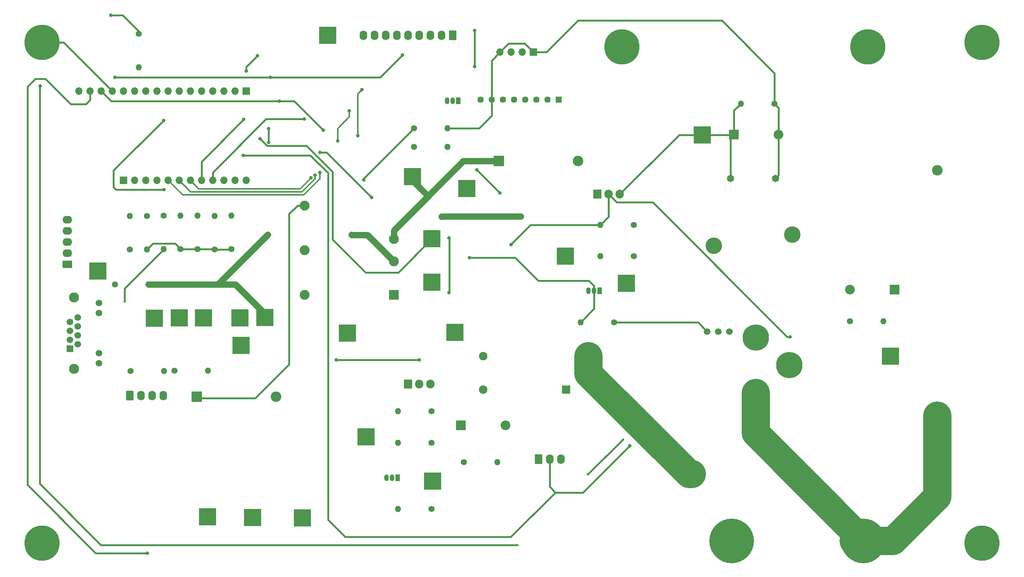
<source format=gbl>
G04 #@! TF.GenerationSoftware,KiCad,Pcbnew,7.0.8*
G04 #@! TF.CreationDate,2023-11-09T10:36:57-05:00*
G04 #@! TF.ProjectId,mecc-pcb-kicad,6d656363-2d70-4636-922d-6b696361642e,v1*
G04 #@! TF.SameCoordinates,Original*
G04 #@! TF.FileFunction,Copper,L2,Bot*
G04 #@! TF.FilePolarity,Positive*
%FSLAX46Y46*%
G04 Gerber Fmt 4.6, Leading zero omitted, Abs format (unit mm)*
G04 Created by KiCad (PCBNEW 7.0.8) date 2023-11-09 10:36:57*
%MOMM*%
%LPD*%
G01*
G04 APERTURE LIST*
G04 Aperture macros list*
%AMRoundRect*
0 Rectangle with rounded corners*
0 $1 Rounding radius*
0 $2 $3 $4 $5 $6 $7 $8 $9 X,Y pos of 4 corners*
0 Add a 4 corners polygon primitive as box body*
4,1,4,$2,$3,$4,$5,$6,$7,$8,$9,$2,$3,0*
0 Add four circle primitives for the rounded corners*
1,1,$1+$1,$2,$3*
1,1,$1+$1,$4,$5*
1,1,$1+$1,$6,$7*
1,1,$1+$1,$8,$9*
0 Add four rect primitives between the rounded corners*
20,1,$1+$1,$2,$3,$4,$5,0*
20,1,$1+$1,$4,$5,$6,$7,0*
20,1,$1+$1,$6,$7,$8,$9,0*
20,1,$1+$1,$8,$9,$2,$3,0*%
G04 Aperture macros list end*
G04 #@! TA.AperFunction,ComponentPad*
%ADD10R,4.000000X4.000000*%
G04 #@! TD*
G04 #@! TA.AperFunction,ComponentPad*
%ADD11C,1.400000*%
G04 #@! TD*
G04 #@! TA.AperFunction,ComponentPad*
%ADD12O,1.400000X1.400000*%
G04 #@! TD*
G04 #@! TA.AperFunction,ComponentPad*
%ADD13O,1.050000X1.500000*%
G04 #@! TD*
G04 #@! TA.AperFunction,ComponentPad*
%ADD14R,1.050000X1.500000*%
G04 #@! TD*
G04 #@! TA.AperFunction,ComponentPad*
%ADD15C,8.000000*%
G04 #@! TD*
G04 #@! TA.AperFunction,ComponentPad*
%ADD16R,2.400000X2.400000*%
G04 #@! TD*
G04 #@! TA.AperFunction,ComponentPad*
%ADD17O,2.400000X2.400000*%
G04 #@! TD*
G04 #@! TA.AperFunction,ComponentPad*
%ADD18R,1.950000X1.950000*%
G04 #@! TD*
G04 #@! TA.AperFunction,ComponentPad*
%ADD19C,1.950000*%
G04 #@! TD*
G04 #@! TA.AperFunction,ComponentPad*
%ADD20C,6.000000*%
G04 #@! TD*
G04 #@! TA.AperFunction,ComponentPad*
%ADD21C,1.500000*%
G04 #@! TD*
G04 #@! TA.AperFunction,ComponentPad*
%ADD22R,2.200000X2.200000*%
G04 #@! TD*
G04 #@! TA.AperFunction,ComponentPad*
%ADD23O,2.200000X2.200000*%
G04 #@! TD*
G04 #@! TA.AperFunction,ComponentPad*
%ADD24C,3.750000*%
G04 #@! TD*
G04 #@! TA.AperFunction,ComponentPad*
%ADD25C,1.650000*%
G04 #@! TD*
G04 #@! TA.AperFunction,ComponentPad*
%ADD26C,2.400000*%
G04 #@! TD*
G04 #@! TA.AperFunction,ComponentPad*
%ADD27R,1.450000X1.450000*%
G04 #@! TD*
G04 #@! TA.AperFunction,ComponentPad*
%ADD28C,1.450000*%
G04 #@! TD*
G04 #@! TA.AperFunction,ComponentPad*
%ADD29R,1.500000X1.500000*%
G04 #@! TD*
G04 #@! TA.AperFunction,ComponentPad*
%ADD30C,2.300000*%
G04 #@! TD*
G04 #@! TA.AperFunction,ComponentPad*
%ADD31RoundRect,0.250000X0.620000X0.845000X-0.620000X0.845000X-0.620000X-0.845000X0.620000X-0.845000X0*%
G04 #@! TD*
G04 #@! TA.AperFunction,ComponentPad*
%ADD32O,1.740000X2.190000*%
G04 #@! TD*
G04 #@! TA.AperFunction,ComponentPad*
%ADD33RoundRect,0.250000X0.845000X-0.620000X0.845000X0.620000X-0.845000X0.620000X-0.845000X-0.620000X0*%
G04 #@! TD*
G04 #@! TA.AperFunction,ComponentPad*
%ADD34O,2.190000X1.740000*%
G04 #@! TD*
G04 #@! TA.AperFunction,ComponentPad*
%ADD35R,1.700000X1.700000*%
G04 #@! TD*
G04 #@! TA.AperFunction,ComponentPad*
%ADD36O,1.700000X1.700000*%
G04 #@! TD*
G04 #@! TA.AperFunction,ComponentPad*
%ADD37R,2.250000X2.250000*%
G04 #@! TD*
G04 #@! TA.AperFunction,ComponentPad*
%ADD38C,2.250000*%
G04 #@! TD*
G04 #@! TA.AperFunction,ComponentPad*
%ADD39O,1.905000X2.000000*%
G04 #@! TD*
G04 #@! TA.AperFunction,ComponentPad*
%ADD40R,1.905000X2.000000*%
G04 #@! TD*
G04 #@! TA.AperFunction,ComponentPad*
%ADD41C,10.160000*%
G04 #@! TD*
G04 #@! TA.AperFunction,ComponentPad*
%ADD42RoundRect,0.250000X-0.620000X-0.845000X0.620000X-0.845000X0.620000X0.845000X-0.620000X0.845000X0*%
G04 #@! TD*
G04 #@! TA.AperFunction,ViaPad*
%ADD43C,0.800000*%
G04 #@! TD*
G04 #@! TA.AperFunction,ViaPad*
%ADD44C,0.500000*%
G04 #@! TD*
G04 #@! TA.AperFunction,Conductor*
%ADD45C,0.400000*%
G04 #@! TD*
G04 #@! TA.AperFunction,Conductor*
%ADD46C,1.450000*%
G04 #@! TD*
G04 #@! TA.AperFunction,Conductor*
%ADD47C,6.450000*%
G04 #@! TD*
G04 #@! TA.AperFunction,Conductor*
%ADD48C,0.300000*%
G04 #@! TD*
G04 APERTURE END LIST*
D10*
G04 #@! TO.P,TP7,1,1*
G04 #@! TO.N,PRE_DIS*
X172000000Y-154000000D03*
G04 #@! TD*
G04 #@! TO.P,24V_1,1,1*
G04 #@! TO.N,+24V*
X125900000Y-196200000D03*
G04 #@! TD*
D11*
G04 #@! TO.P,R7,1*
G04 #@! TO.N,GND*
X117300000Y-135100000D03*
D12*
G04 #@! TO.P,R7,2*
G04 #@! TO.N,ADVANCE_BUTTON_RED*
X117300000Y-127480000D03*
G04 #@! TD*
D13*
G04 #@! TO.P,Q1,1,S*
G04 #@! TO.N,GND*
X156445000Y-187099375D03*
G04 #@! TO.P,Q1,2,G*
G04 #@! TO.N,PRE_DIS_ANDOUT*
X157715000Y-187099375D03*
D14*
G04 #@! TO.P,Q1,3,D*
G04 #@! TO.N,Net-(Q1-D)*
X158985000Y-187099375D03*
G04 #@! TD*
D10*
G04 #@! TO.P,5V_1,1,1*
G04 #@! TO.N,+5V*
X137250000Y-196250000D03*
G04 #@! TD*
D15*
G04 #@! TO.P,,1*
G04 #@! TO.N,BATT_POS*
X266000000Y-89000000D03*
G04 #@! TD*
G04 #@! TO.P,,1*
G04 #@! TO.N,BATT_NEG*
X210000000Y-89000000D03*
G04 #@! TD*
D16*
G04 #@! TO.P,C1,1*
G04 #@! TO.N,BATT_POS*
X182000000Y-115000000D03*
D17*
G04 #@! TO.P,C1,2*
G04 #@! TO.N,VESC_NEG*
X200000000Y-115000000D03*
G04 #@! TD*
D18*
G04 #@! TO.P,DISCHARGE_RELAY1,11,COM*
G04 #@! TO.N,VESC_NEG*
X197335000Y-167005000D03*
D19*
G04 #@! TO.P,DISCHARGE_RELAY1,12,NC*
G04 #@! TO.N,Net-(DISCHARGE_RELAY1-NC)*
X202375000Y-159385000D03*
G04 #@! TO.P,DISCHARGE_RELAY1,A1,COIL_1*
G04 #@! TO.N,GND*
X178435000Y-167005000D03*
G04 #@! TO.P,DISCHARGE_RELAY1,A2,COIL_2*
G04 #@! TO.N,PRE_DIS*
X178435000Y-159385000D03*
G04 #@! TD*
D11*
G04 #@! TO.P,R_RELAY_PULLDOWN1,1*
G04 #@! TO.N,GND*
X261882500Y-151447500D03*
D12*
G04 #@! TO.P,R_RELAY_PULLDOWN1,2*
G04 #@! TO.N,PRE_DIS*
X269502500Y-151447500D03*
G04 #@! TD*
D11*
G04 #@! TO.P,R_RELAY_PULLDOWN3,1*
G04 #@! TO.N,GND*
X244721875Y-101900000D03*
D12*
G04 #@! TO.P,R_RELAY_PULLDOWN3,2*
G04 #@! TO.N,HIGH_SIDE*
X237101875Y-101900000D03*
G04 #@! TD*
D20*
G04 #@! TO.P,U1,2,GND*
G04 #@! TO.N,VESC_NEG*
X248104600Y-161428000D03*
G04 #@! TO.P,U1,4,+IN*
G04 #@! TO.N,Net-(HIGH_SIDE_RELAY1-NO)*
X240481600Y-155205000D03*
G04 #@! TO.P,U1,5,+OUT*
G04 #@! TO.N,VESC_POS*
X240481600Y-167778000D03*
D21*
G04 #@! TO.P,U1,6,Iout*
G04 #@! TO.N,BATT_CURR_SENSOR*
X234480000Y-153800000D03*
G04 #@! TO.P,U1,7,Vout*
G04 #@! TO.N,BATT_V_SENSOR*
X231940000Y-153800000D03*
G04 #@! TO.P,U1,8,SIG_GND*
G04 #@! TO.N,GND*
X229400000Y-153800000D03*
G04 #@! TD*
D10*
G04 #@! TO.P,TP5,1,1*
G04 #@! TO.N,PRE_DIS*
X271145000Y-159385000D03*
G04 #@! TD*
G04 #@! TO.P,TP14,1,1*
G04 #@! TO.N,BATT_POS*
X162350000Y-118550000D03*
G04 #@! TD*
D11*
G04 #@! TO.P,R6,1*
G04 #@! TO.N,BATT_V_SENSOR*
X100000000Y-86000000D03*
D12*
G04 #@! TO.P,R6,2*
G04 #@! TO.N,/A4*
X100000000Y-93620000D03*
G04 #@! TD*
D10*
G04 #@! TO.P,TP3,1,1*
G04 #@! TO.N,Net-(Q3-G)*
X166883750Y-187849375D03*
G04 #@! TD*
D22*
G04 #@! TO.P,D3,1,K*
G04 #@! TO.N,HIGH_SIDE*
X235520000Y-108968750D03*
D23*
G04 #@! TO.P,D3,2,A*
G04 #@! TO.N,GND*
X245680000Y-108968750D03*
G04 #@! TD*
D10*
G04 #@! TO.P,3.3V_1,1,1*
G04 #@! TO.N,+3.3V*
X115700000Y-196000000D03*
G04 #@! TD*
D11*
G04 #@! TO.P,RHIGH_10k2,1*
G04 #@! TO.N,GND*
X166621250Y-194199375D03*
D12*
G04 #@! TO.P,RHIGH_10k2,2*
G04 #@! TO.N,PRE_DIS_ANDOUT*
X159001250Y-194199375D03*
G04 #@! TD*
D24*
G04 #@! TO.P,HIGH_SIDE_RELAY1,1,NO*
G04 #@! TO.N,Net-(HIGH_SIDE_RELAY1-NO)*
X230950000Y-134250000D03*
G04 #@! TO.P,HIGH_SIDE_RELAY1,2,COM*
G04 #@! TO.N,BATT_POS*
X248750000Y-131750000D03*
D25*
G04 #@! TO.P,HIGH_SIDE_RELAY1,3,COIL_1*
G04 #@! TO.N,HIGH_SIDE*
X234750000Y-118950000D03*
G04 #@! TO.P,HIGH_SIDE_RELAY1,4,COIL_2*
G04 #@! TO.N,GND*
X244950000Y-118950000D03*
G04 #@! TD*
D10*
G04 #@! TO.P,TP17,1,1*
G04 #@! TO.N,DCDC_SW*
X143000000Y-86350000D03*
G04 #@! TD*
D11*
G04 #@! TO.P,R9,1*
G04 #@! TO.N,/A1*
X101900000Y-127500000D03*
D12*
G04 #@! TO.P,R9,2*
G04 #@! TO.N,GND*
X101900000Y-135120000D03*
G04 #@! TD*
D11*
G04 #@! TO.P,RHIGH_10k4,1*
G04 #@! TO.N,Net-(Q4-G)*
X212737500Y-136656250D03*
D12*
G04 #@! TO.P,RHIGH_10k4,2*
G04 #@! TO.N,Net-(Q2-D)*
X205117500Y-136656250D03*
G04 #@! TD*
D10*
G04 #@! TO.P,GND_1,1,1*
G04 #@! TO.N,GND*
X174700000Y-121250000D03*
G04 #@! TD*
D11*
G04 #@! TO.P,RHIGH_10k1,1*
G04 #@! TO.N,GND*
X208200000Y-151700000D03*
D12*
G04 #@! TO.P,RHIGH_10k1,2*
G04 #@! TO.N,HIGH_SIDE_ANDOUT*
X200580000Y-151700000D03*
G04 #@! TD*
D11*
G04 #@! TO.P,R3,1*
G04 #@! TO.N,/A3*
X105700000Y-127400000D03*
D12*
G04 #@! TO.P,R3,2*
G04 #@! TO.N,WAVE_GAUGE*
X105700000Y-135020000D03*
G04 #@! TD*
D10*
G04 #@! TO.P,TP4,1,1*
G04 #@! TO.N,Net-(Q4-G)*
X211000000Y-142800000D03*
G04 #@! TD*
D22*
G04 #@! TO.P,D4,1,K*
G04 #@! TO.N,PRE_DIS*
X173335000Y-175199375D03*
D23*
G04 #@! TO.P,D4,2,A*
G04 #@! TO.N,GND*
X183495000Y-175199375D03*
G04 #@! TD*
D26*
G04 #@! TO.P,R_PRECHARGE1,1*
G04 #@! TO.N,VESC_POS*
X281841875Y-172962500D03*
D17*
G04 #@! TO.P,R_PRECHARGE1,2*
G04 #@! TO.N,Net-(PRECHARGE_RELAY1-COM)*
X281841875Y-117082500D03*
G04 #@! TD*
D27*
G04 #@! TO.P,J2,1,Pin_1*
G04 #@! TO.N,VESC_NEG*
X195580000Y-101000000D03*
D28*
G04 #@! TO.P,J2,2,Pin_2*
G04 #@! TO.N,BATT_POS*
X193040000Y-101000000D03*
G04 #@! TO.P,J2,3,Pin_3*
G04 #@! TO.N,DCDC_SW*
X190500000Y-101000000D03*
G04 #@! TO.P,J2,4,Pin_4*
G04 #@! TO.N,unconnected-(J2-Pin_4-Pad4)*
X187960000Y-101000000D03*
G04 #@! TO.P,J2,5,Pin_5*
G04 #@! TO.N,unconnected-(J2-Pin_5-Pad5)*
X185420000Y-101000000D03*
G04 #@! TO.P,J2,6,Pin_6*
G04 #@! TO.N,+5V*
X182880000Y-101000000D03*
G04 #@! TO.P,J2,7,Pin_7*
G04 #@! TO.N,GND*
X180340000Y-101000000D03*
G04 #@! TO.P,J2,8,Pin_8*
G04 #@! TO.N,unconnected-(J2-Pin_8-Pad8)*
X177800000Y-101000000D03*
G04 #@! TD*
D29*
G04 #@! TO.P,J3,1,Pin_1*
G04 #@! TO.N,unconnected-(J3-Pin_1-Pad1)*
X84400000Y-157700000D03*
D21*
G04 #@! TO.P,J3,2,Pin_2*
G04 #@! TO.N,unconnected-(J3-Pin_2-Pad2)*
X86180000Y-156684000D03*
G04 #@! TO.P,J3,3,Pin_3*
G04 #@! TO.N,unconnected-(J3-Pin_3-Pad3)*
X84400000Y-155668000D03*
G04 #@! TO.P,J3,4,Pin_4*
G04 #@! TO.N,WAVE_GAUGE*
X86180000Y-154652000D03*
G04 #@! TO.P,J3,5,Pin_5*
G04 #@! TO.N,GND*
X84400000Y-153636000D03*
G04 #@! TO.P,J3,6,Pin_6*
X86180000Y-152620000D03*
G04 #@! TO.P,J3,7,Pin_7*
G04 #@! TO.N,unconnected-(J3-Pin_7-Pad7)*
X84400000Y-151604000D03*
G04 #@! TO.P,J3,8,Pin_8*
G04 #@! TO.N,unconnected-(J3-Pin_8-Pad8)*
X86180000Y-150588000D03*
G04 #@! TO.P,J3,9*
G04 #@! TO.N,N/C*
X91000000Y-161000000D03*
G04 #@! TO.P,J3,10*
X91000000Y-158710000D03*
G04 #@! TO.P,J3,11*
X91000000Y-149570000D03*
G04 #@! TO.P,J3,12*
X91000000Y-147280000D03*
D30*
G04 #@! TO.P,J3,SH*
X85290000Y-162270000D03*
X85290000Y-146010000D03*
G04 #@! TD*
D31*
G04 #@! TO.P,J7,1,Pin_1*
G04 #@! TO.N,GND*
X171450000Y-86360000D03*
D32*
G04 #@! TO.P,J7,2,Pin_2*
G04 #@! TO.N,+3.3V*
X168910000Y-86360000D03*
G04 #@! TO.P,J7,3,Pin_3*
G04 #@! TO.N,IO_ESTOP*
X166370000Y-86360000D03*
G04 #@! TO.P,J7,4,Pin_4*
G04 #@! TO.N,ADVANCE_BUTTON_RED*
X163830000Y-86360000D03*
G04 #@! TO.P,J7,5,Pin_5*
G04 #@! TO.N,RESET*
X161290000Y-86360000D03*
G04 #@! TO.P,J7,6,Pin_6*
G04 #@! TO.N,TORQ_SWITCH_1*
X158750000Y-86360000D03*
G04 #@! TO.P,J7,7,Pin_7*
G04 #@! TO.N,TORQ_SWITCH_2*
X156210000Y-86360000D03*
G04 #@! TO.P,J7,8,Pin_8*
G04 #@! TO.N,Ref_Model_SW*
X153670000Y-86360000D03*
G04 #@! TO.P,J7,9,Pin_9*
G04 #@! TO.N,DCDC_SW*
X151130000Y-86360000D03*
G04 #@! TD*
D26*
G04 #@! TO.P,R_DISCHARGE1,1*
G04 #@! TO.N,Net-(DISCHARGE_RELAY1-NC)*
X225950000Y-186250000D03*
D17*
G04 #@! TO.P,R_DISCHARGE1,2*
G04 #@! TO.N,VESC_POS*
X281830000Y-186250000D03*
G04 #@! TD*
D33*
G04 #@! TO.P,J6,1,Pin_1*
G04 #@! TO.N,VESC_OUTPUT*
X83750000Y-138500000D03*
D34*
G04 #@! TO.P,J6,2,Pin_2*
G04 #@! TO.N,VESC_INPUT*
X83750000Y-135960000D03*
G04 #@! TO.P,J6,3,Pin_3*
G04 #@! TO.N,VESC_POWER_SWITCH*
X83750000Y-133420000D03*
G04 #@! TO.P,J6,4,Pin_4*
G04 #@! TO.N,GND*
X83750000Y-130880000D03*
G04 #@! TO.P,J6,5*
G04 #@! TO.N,N/C*
X83750000Y-128340000D03*
G04 #@! TD*
D11*
G04 #@! TO.P,R8,1*
G04 #@! TO.N,GND*
X121100000Y-135000000D03*
D12*
G04 #@! TO.P,R8,2*
G04 #@! TO.N,IO_ESTOP*
X121100000Y-127380000D03*
G04 #@! TD*
D35*
G04 #@! TO.P,JP1,1,1*
G04 #@! TO.N,VBAT*
X96520000Y-119380000D03*
D36*
G04 #@! TO.P,JP1,2,2*
G04 #@! TO.N,/EN*
X99060000Y-119380000D03*
G04 #@! TO.P,JP1,3,3*
G04 #@! TO.N,VBUS*
X101600000Y-119380000D03*
G04 #@! TO.P,JP1,4,4*
G04 #@! TO.N,/D13*
X104140000Y-119380000D03*
G04 #@! TO.P,JP1,5,5*
G04 #@! TO.N,Torq_SW_Mode_1*
X106680000Y-119380000D03*
G04 #@! TO.P,JP1,6,6*
G04 #@! TO.N,Torq_SW_Mode_2*
X109220000Y-119380000D03*
G04 #@! TO.P,JP1,7,7*
G04 #@! TO.N,Torq_SW_Mode_3*
X111760000Y-119380000D03*
G04 #@! TO.P,JP1,8,8*
G04 #@! TO.N,Ref_Model_SW*
X114300000Y-119380000D03*
G04 #@! TO.P,JP1,9,9*
G04 #@! TO.N,ADVANCE_BUTTON_RED*
X116840000Y-119380000D03*
G04 #@! TO.P,JP1,10,10*
G04 #@! TO.N,IO_ESTOP*
X119380000Y-119380000D03*
G04 #@! TO.P,JP1,11,11*
G04 #@! TO.N,/SCL*
X121920000Y-119380000D03*
G04 #@! TO.P,JP1,12,12*
G04 #@! TO.N,/SDA*
X124460000Y-119380000D03*
G04 #@! TD*
D10*
G04 #@! TO.P,TP16,1,1*
G04 #@! TO.N,IO_ESTOP*
X123100000Y-150700000D03*
G04 #@! TD*
G04 #@! TO.P,TP2,1,1*
G04 #@! TO.N,Net-(Q1-D)*
X151750000Y-177750000D03*
G04 #@! TD*
D15*
G04 #@! TO.P,GND,1*
G04 #@! TO.N,GND*
X78000000Y-88000000D03*
G04 #@! TD*
D10*
G04 #@! TO.P,TP18,1,1*
G04 #@! TO.N,Net-(J5-CTRL)*
X147550000Y-154200000D03*
G04 #@! TD*
G04 #@! TO.P,TP8,1,1*
G04 #@! TO.N,PRE_DIS_ANDOUT*
X166752000Y-142591000D03*
G04 #@! TD*
D11*
G04 #@! TO.P,RHIGH_10k3,1*
G04 #@! TO.N,Net-(Q3-G)*
X166621250Y-179118125D03*
D12*
G04 #@! TO.P,RHIGH_10k3,2*
G04 #@! TO.N,Net-(Q1-D)*
X159001250Y-179118125D03*
G04 #@! TD*
D11*
G04 #@! TO.P,R11,1*
G04 #@! TO.N,Net-(J5-CTRL)*
X162690000Y-107500000D03*
D12*
G04 #@! TO.P,R11,2*
G04 #@! TO.N,GND*
X170310000Y-107500000D03*
G04 #@! TD*
D11*
G04 #@! TO.P,RHIGH_10k5,1*
G04 #@! TO.N,Net-(Q3-G)*
X166621250Y-171974375D03*
D12*
G04 #@! TO.P,RHIGH_10k5,2*
G04 #@! TO.N,+5V*
X159001250Y-171974375D03*
G04 #@! TD*
D37*
G04 #@! TO.P,J5,1,CTRL*
G04 #@! TO.N,Net-(J5-CTRL)*
X158115000Y-145415000D03*
D38*
G04 #@! TO.P,J5,2,GND*
G04 #@! TO.N,VESC_NEG*
X158115000Y-137795000D03*
G04 #@! TO.P,J5,3,VIN*
G04 #@! TO.N,BATT_POS*
X158115000Y-132715000D03*
G04 #@! TO.P,J5,4,+VO*
G04 #@! TO.N,+24V*
X137795000Y-125095000D03*
G04 #@! TO.P,J5,5,0V*
G04 #@! TO.N,unconnected-(J5-0V-Pad5)*
X137795000Y-135255000D03*
G04 #@! TO.P,J5,6,-VO*
G04 #@! TO.N,GND*
X137795000Y-145415000D03*
G04 #@! TD*
D10*
G04 #@! TO.P,TP15,1,1*
G04 #@! TO.N,VESC_NEG*
X128750000Y-150600000D03*
G04 #@! TD*
D39*
G04 #@! TO.P,Q3,1,D*
G04 #@! TO.N,+5V*
X163875000Y-165775625D03*
D40*
G04 #@! TO.P,Q3,2,G*
G04 #@! TO.N,Net-(Q3-G)*
X161335000Y-165775625D03*
D39*
G04 #@! TO.P,Q3,3,S*
G04 #@! TO.N,PRE_DIS*
X166415000Y-165775625D03*
G04 #@! TD*
D11*
G04 #@! TO.P,RHIGH_10k6,1*
G04 #@! TO.N,Net-(Q4-G)*
X212737500Y-129512500D03*
D12*
G04 #@! TO.P,RHIGH_10k6,2*
G04 #@! TO.N,PRE_DIS*
X205117500Y-129512500D03*
G04 #@! TD*
D41*
G04 #@! TO.P,J1,1,Pin_1*
G04 #@! TO.N,VESC_POS*
X265000000Y-201500000D03*
G04 #@! TO.P,J1,2,Pin_2*
G04 #@! TO.N,VESC_NEG*
X235030000Y-201500000D03*
G04 #@! TD*
D11*
G04 #@! TO.P,R2,1*
G04 #@! TO.N,Net-(R1-Pad2)*
X108200000Y-162700000D03*
D12*
G04 #@! TO.P,R2,2*
G04 #@! TO.N,+5V*
X115820000Y-162700000D03*
G04 #@! TD*
D10*
G04 #@! TO.P,TP13,1,1*
G04 #@! TO.N,GND*
X90750000Y-140000000D03*
G04 #@! TD*
G04 #@! TO.P,TP1,1,1*
G04 #@! TO.N,Net-(Q2-D)*
X197125000Y-136656250D03*
G04 #@! TD*
D11*
G04 #@! TO.P,R12,1*
G04 #@! TO.N,DCDC_SW*
X162690000Y-111750000D03*
D12*
G04 #@! TO.P,R12,2*
G04 #@! TO.N,GND*
X170310000Y-111750000D03*
G04 #@! TD*
D15*
G04 #@! TO.P,GND,1*
G04 #@! TO.N,GND*
X292000000Y-88000000D03*
G04 #@! TD*
D10*
G04 #@! TO.P,TP6,1,1*
G04 #@! TO.N,HIGH_SIDE*
X228315625Y-109043750D03*
G04 #@! TD*
G04 #@! TO.P,TP11,1,1*
G04 #@! TO.N,/A3*
X109250000Y-150700000D03*
G04 #@! TD*
D11*
G04 #@! TO.P,R_RELAY_PULLDOWN4,1*
G04 #@! TO.N,PRE_DIS*
X173990000Y-183515000D03*
D12*
G04 #@! TO.P,R_RELAY_PULLDOWN4,2*
G04 #@! TO.N,GND*
X181610000Y-183515000D03*
G04 #@! TD*
D11*
G04 #@! TO.P,R13,1*
G04 #@! TO.N,GND*
X94600000Y-143100000D03*
D12*
G04 #@! TO.P,R13,2*
G04 #@! TO.N,VESC_NEG*
X102220000Y-143100000D03*
G04 #@! TD*
D42*
G04 #@! TO.P,J9,1,Pin_1*
G04 #@! TO.N,GND*
X191020000Y-182900000D03*
D32*
G04 #@! TO.P,J9,2,Pin_2*
G04 #@! TO.N,BATT_CURR_SENSOR*
X193560000Y-182900000D03*
G04 #@! TO.P,J9,3,Pin_3*
G04 #@! TO.N,BATT_V_SENSOR*
X196100000Y-182900000D03*
G04 #@! TD*
D11*
G04 #@! TO.P,R4,1*
G04 #@! TO.N,GND*
X109500000Y-135000000D03*
D12*
G04 #@! TO.P,R4,2*
G04 #@! TO.N,/A3*
X109500000Y-127380000D03*
G04 #@! TD*
D22*
G04 #@! TO.P,D1,1,K*
G04 #@! TO.N,PRE_DIS*
X272080000Y-144300000D03*
D23*
G04 #@! TO.P,D1,2,A*
G04 #@! TO.N,GND*
X261920000Y-144300000D03*
G04 #@! TD*
D11*
G04 #@! TO.P,R1,1*
G04 #@! TO.N,TORQUE_SENSOR*
X98150000Y-162800000D03*
D12*
G04 #@! TO.P,R1,2*
G04 #@! TO.N,Net-(R1-Pad2)*
X105770000Y-162800000D03*
G04 #@! TD*
D42*
G04 #@! TO.P,J8,1,Pin_1*
G04 #@! TO.N,GND*
X98000000Y-168400000D03*
D32*
G04 #@! TO.P,J8,2,Pin_2*
G04 #@! TO.N,TORQUE_SENSOR*
X100540000Y-168400000D03*
G04 #@! TO.P,J8,3,Pin_3*
G04 #@! TO.N,GND*
X103080000Y-168400000D03*
G04 #@! TO.P,J8,4,Pin_4*
G04 #@! TO.N,+24V*
X105620000Y-168400000D03*
G04 #@! TD*
D10*
G04 #@! TO.P,TP12,1,1*
G04 #@! TO.N,/A4*
X114800000Y-150700000D03*
G04 #@! TD*
D11*
G04 #@! TO.P,R5,1*
G04 #@! TO.N,GND*
X113400000Y-135000000D03*
D12*
G04 #@! TO.P,R5,2*
G04 #@! TO.N,/A4*
X113400000Y-127380000D03*
G04 #@! TD*
D15*
G04 #@! TO.P,GND,1*
G04 #@! TO.N,GND*
X78000000Y-202000000D03*
G04 #@! TD*
D35*
G04 #@! TO.P,J4,1,Pin_1*
G04 #@! TO.N,GND*
X189865000Y-90170000D03*
D36*
G04 #@! TO.P,J4,2,Pin_2*
G04 #@! TO.N,+5V*
X187325000Y-90170000D03*
G04 #@! TO.P,J4,3,Pin_3*
G04 #@! TO.N,+3.3V*
X184785000Y-90170000D03*
G04 #@! TO.P,J4,4,Pin_4*
G04 #@! TO.N,GND*
X182245000Y-90170000D03*
G04 #@! TD*
D10*
G04 #@! TO.P,TP9,1,1*
G04 #@! TO.N,ADVANCE_BUTTON_RED*
X123350000Y-157000000D03*
G04 #@! TD*
D35*
G04 #@! TO.P,JP2,1,1*
G04 #@! TO.N,BOOT0*
X124460000Y-99060000D03*
D36*
G04 #@! TO.P,JP2,2,2*
G04 #@! TO.N,VESC_OUTPUT*
X121920000Y-99060000D03*
G04 #@! TO.P,JP2,3,3*
G04 #@! TO.N,VESC_INPUT*
X119380000Y-99060000D03*
G04 #@! TO.P,JP2,4,4*
G04 #@! TO.N,VESC_POWER_SWITCH*
X116840000Y-99060000D03*
G04 #@! TO.P,JP2,5,5*
G04 #@! TO.N,LOW_IN*
X114300000Y-99060000D03*
G04 #@! TO.P,JP2,6,6*
G04 #@! TO.N,HIGH_IN*
X111760000Y-99060000D03*
G04 #@! TO.P,JP2,7,7*
G04 #@! TO.N,BATT_CURR_SENSOR*
X109220000Y-99060000D03*
G04 #@! TO.P,JP2,8,8*
G04 #@! TO.N,/A4*
X106680000Y-99060000D03*
G04 #@! TO.P,JP2,9,9*
G04 #@! TO.N,/A3*
X104140000Y-99060000D03*
G04 #@! TO.P,JP2,10,10*
G04 #@! TO.N,/A2*
X101600000Y-99060000D03*
G04 #@! TO.P,JP2,11,11*
G04 #@! TO.N,/A1*
X99060000Y-99060000D03*
G04 #@! TO.P,JP2,12,12*
G04 #@! TO.N,/A0*
X96520000Y-99060000D03*
G04 #@! TO.P,JP2,13,13*
G04 #@! TO.N,GND*
X93980000Y-99060000D03*
G04 #@! TO.P,JP2,14,14*
G04 #@! TO.N,+3.3V*
X91440000Y-99060000D03*
G04 #@! TO.P,JP2,15,15*
X88900000Y-99060000D03*
G04 #@! TO.P,JP2,16,16*
G04 #@! TO.N,RESET*
X86360000Y-99060000D03*
G04 #@! TD*
D11*
G04 #@! TO.P,R10,1*
G04 #@! TO.N,Net-(R1-Pad2)*
X98000000Y-135100000D03*
D12*
G04 #@! TO.P,R10,2*
G04 #@! TO.N,/A1*
X98000000Y-127480000D03*
G04 #@! TD*
D39*
G04 #@! TO.P,Q4,1,D*
G04 #@! TO.N,PRE_DIS*
X206960000Y-122520000D03*
D40*
G04 #@! TO.P,Q4,2,G*
G04 #@! TO.N,Net-(Q4-G)*
X204420000Y-122520000D03*
D39*
G04 #@! TO.P,Q4,3,S*
G04 #@! TO.N,HIGH_SIDE*
X209500000Y-122520000D03*
G04 #@! TD*
D10*
G04 #@! TO.P,TP9,1,1*
G04 #@! TO.N,HIGH_SIDE_ANDOUT*
X166752000Y-132685000D03*
G04 #@! TD*
G04 #@! TO.P,TP10,1,1*
G04 #@! TO.N,/A1*
X103600000Y-150750000D03*
G04 #@! TD*
D16*
G04 #@! TO.P,C2,1*
G04 #@! TO.N,+24V*
X113250000Y-168642500D03*
D17*
G04 #@! TO.P,C2,2*
G04 #@! TO.N,GND*
X131250000Y-168642500D03*
G04 #@! TD*
D15*
G04 #@! TO.P,GND,1*
G04 #@! TO.N,GND*
X292000000Y-202000000D03*
G04 #@! TD*
D13*
G04 #@! TO.P,Q5,1,S*
G04 #@! TO.N,Net-(J5-CTRL)*
X170210000Y-101250000D03*
G04 #@! TO.P,Q5,2,G*
G04 #@! TO.N,DCDC_SW*
X171480000Y-101250000D03*
D14*
G04 #@! TO.P,Q5,3,D*
G04 #@! TO.N,+5V*
X172750000Y-101250000D03*
G04 #@! TD*
D13*
G04 #@! TO.P,Q2,1,S*
G04 #@! TO.N,GND*
X202400000Y-144500000D03*
G04 #@! TO.P,Q2,2,G*
G04 #@! TO.N,HIGH_SIDE_ANDOUT*
X203670000Y-144500000D03*
D14*
G04 #@! TO.P,Q2,3,D*
G04 #@! TO.N,Net-(Q2-D)*
X204940000Y-144500000D03*
G04 #@! TD*
D43*
G04 #@! TO.N,BOOT0*
X127000000Y-91000000D03*
X124460000Y-94460000D03*
G04 #@! TO.N,+5V*
X145000000Y-160250000D03*
X170636563Y-132500000D03*
X170672500Y-144922500D03*
X163875000Y-160250000D03*
G04 #@! TO.N,VESC_NEG*
X129450000Y-131750000D03*
X168910000Y-127635000D03*
X148450000Y-131750000D03*
X187000000Y-127600000D03*
G04 #@! TO.N,GND*
X177000000Y-117000000D03*
X182245000Y-122250000D03*
D44*
G04 #@! TO.N,BATT_V_SENSOR*
X210250000Y-178350000D03*
X202250000Y-186350000D03*
D43*
X77600000Y-97900000D03*
X93700000Y-81800000D03*
D44*
X186200000Y-202400000D03*
D43*
G04 #@! TO.N,BATT_CURR_SENSOR*
X123825000Y-113665000D03*
X211800000Y-179800000D03*
G04 #@! TO.N,Torq_SW_Mode_1*
X141300000Y-117600000D03*
G04 #@! TO.N,Torq_SW_Mode_2*
X140200000Y-118200000D03*
G04 #@! TO.N,Torq_SW_Mode_3*
X139200000Y-118800000D03*
G04 #@! TO.N,Ref_Model_SW*
X123900000Y-105500000D03*
D44*
G04 #@! TO.N,WAVE_GAUGE*
X96800000Y-146950000D03*
D43*
G04 #@! TO.N,ADVANCE_BUTTON_RED*
X137700000Y-105410000D03*
G04 #@! TO.N,/A4*
X105800000Y-121500000D03*
X105700000Y-105700000D03*
G04 #@! TO.N,+3.3V*
X102000000Y-204250000D03*
X142000000Y-107950000D03*
X132000000Y-101350000D03*
G04 #@! TO.N,RESET*
X130000000Y-95885000D03*
X94615000Y-95885000D03*
X160020000Y-90805000D03*
G04 #@! TO.N,DCDC_SW*
X176500000Y-93500000D03*
X176500000Y-85250000D03*
G04 #@! TO.N,Net-(J5-CTRL)*
X151250000Y-119250000D03*
G04 #@! TO.N,LOW_IN*
X129600486Y-110699458D03*
X129600000Y-107600000D03*
G04 #@! TO.N,TORQ_SWITCH_1*
X147955000Y-103505000D03*
X145300000Y-110400000D03*
G04 #@! TO.N,TORQ_SWITCH_2*
X150812500Y-98742500D03*
X149860000Y-109220000D03*
G04 #@! TO.N,PRE_DIS*
X248300000Y-155000000D03*
X184770000Y-134000000D03*
G04 #@! TO.N,PRE_DIS_ANDOUT*
X141300000Y-112985023D03*
X153035000Y-123235000D03*
G04 #@! TO.N,HIGH_SIDE_ANDOUT*
X127635000Y-109855000D03*
X175300000Y-137000000D03*
G04 #@! TD*
D45*
G04 #@! TO.N,BOOT0*
X124460000Y-94460000D02*
X124460000Y-93540000D01*
X124460000Y-93540000D02*
X127000000Y-91000000D01*
G04 #@! TO.N,RESET*
X130000000Y-95885000D02*
X154940000Y-95885000D01*
X94615000Y-95885000D02*
X130000000Y-95885000D01*
X154940000Y-95885000D02*
X160020000Y-90805000D01*
G04 #@! TO.N,+3.3V*
X135400000Y-101350000D02*
X142000000Y-107950000D01*
X132000000Y-101350000D02*
X135400000Y-101350000D01*
X132000000Y-101350000D02*
X93730000Y-101350000D01*
X93730000Y-101350000D02*
X91440000Y-99060000D01*
G04 #@! TO.N,BATT_V_SENSOR*
X93700000Y-81800000D02*
X96405000Y-81800000D01*
X96405000Y-81800000D02*
X100000000Y-85395000D01*
X100000000Y-85395000D02*
X100000000Y-86000000D01*
G04 #@! TO.N,GND*
X180340000Y-92075000D02*
X182245000Y-90170000D01*
X180340000Y-101000000D02*
X180340000Y-92075000D01*
X177500000Y-107500000D02*
X170310000Y-107500000D01*
X180340000Y-104660000D02*
X177500000Y-107500000D01*
X180340000Y-101000000D02*
X180340000Y-104660000D01*
D46*
G04 #@! TO.N,BATT_POS*
X173900000Y-115000000D02*
X182000000Y-115000000D01*
X165925000Y-122975000D02*
X173900000Y-115000000D01*
G04 #@! TO.N,VESC_NEG*
X168945000Y-127600000D02*
X168910000Y-127635000D01*
X187000000Y-127600000D02*
X168945000Y-127600000D01*
D45*
G04 #@! TO.N,GND*
X182245000Y-122245000D02*
X182245000Y-122250000D01*
X177000000Y-117000000D02*
X182245000Y-122245000D01*
D47*
G04 #@! TO.N,VESC_POS*
X281830000Y-181211250D02*
X281830000Y-186250000D01*
X281841875Y-181199375D02*
X281830000Y-181211250D01*
X281841875Y-172962500D02*
X281841875Y-181199375D01*
X281830000Y-191407500D02*
X281830000Y-186250000D01*
X271737500Y-201500000D02*
X281830000Y-191407500D01*
X265000000Y-201500000D02*
X271737500Y-201500000D01*
G04 #@! TO.N,Net-(DISCHARGE_RELAY1-NC)*
X225902500Y-186297500D02*
X225950000Y-186250000D01*
X202375000Y-159385000D02*
X202375000Y-163375000D01*
X225297500Y-186297500D02*
X225902500Y-186297500D01*
X202375000Y-163375000D02*
X225297500Y-186297500D01*
D45*
G04 #@! TO.N,+5V*
X170750000Y-144845000D02*
X170750000Y-132613437D01*
X170672500Y-144922500D02*
X170750000Y-144845000D01*
X163875000Y-160250000D02*
X145000000Y-160250000D01*
X170750000Y-132613437D02*
X170636563Y-132500000D01*
G04 #@! TO.N,HIGH_SIDE*
X223016250Y-109043750D02*
X228315625Y-109043750D01*
X234750000Y-118950000D02*
X234750000Y-109738750D01*
X209540000Y-122520000D02*
X223016250Y-109043750D01*
X234750000Y-109738750D02*
X235520000Y-108968750D01*
X228315625Y-109043750D02*
X235445000Y-109043750D01*
X235520000Y-108968750D02*
X235520000Y-103481875D01*
X235520000Y-103481875D02*
X237101875Y-101900000D01*
D46*
G04 #@! TO.N,VESC_NEG*
X148450000Y-131750000D02*
X148500000Y-131800000D01*
X118100000Y-143100000D02*
X102220000Y-143100000D01*
X122050000Y-143100000D02*
X128750000Y-149800000D01*
X118100000Y-143100000D02*
X122050000Y-143100000D01*
X128750000Y-149800000D02*
X128750000Y-150600000D01*
X148500000Y-131800000D02*
X152120000Y-131800000D01*
X152120000Y-131800000D02*
X158115000Y-137795000D01*
X129450000Y-131750000D02*
X118100000Y-143100000D01*
G04 #@! TO.N,BATT_POS*
X162350000Y-119400000D02*
X162350000Y-118550000D01*
X158115000Y-130785000D02*
X158115000Y-132715000D01*
X165925000Y-122975000D02*
X162350000Y-119400000D01*
X165925000Y-122975000D02*
X158115000Y-130785000D01*
D47*
G04 #@! TO.N,VESC_POS*
X240481600Y-167778000D02*
X240481600Y-176981600D01*
X240481600Y-176981600D02*
X265000000Y-201500000D01*
X265000000Y-201500000D02*
X262738600Y-201500000D01*
D45*
G04 #@! TO.N,GND*
X245680000Y-108968750D02*
X245680000Y-102858125D01*
X244750000Y-101871875D02*
X244721875Y-101900000D01*
X244750000Y-95000000D02*
X244750000Y-101871875D01*
X244950009Y-118950004D02*
X245680005Y-118220008D01*
X261680625Y-151245625D02*
X261882500Y-151447500D01*
X117300000Y-135100000D02*
X121000000Y-135100000D01*
X113400000Y-135000000D02*
X117200000Y-135000000D01*
X103220000Y-133800000D02*
X108300000Y-133800000D01*
X82920000Y-88000000D02*
X78000000Y-88000000D01*
X208200000Y-151700000D02*
X208237500Y-151737500D01*
X227337500Y-151737500D02*
X229400000Y-153800000D01*
X108300000Y-133800000D02*
X109500000Y-135000000D01*
X245680000Y-118220000D02*
X245680000Y-108968750D01*
X192830000Y-90170000D02*
X200000000Y-83000000D01*
X208237500Y-151737500D02*
X227337500Y-151737500D01*
X184165000Y-88250000D02*
X187945000Y-88250000D01*
X182245000Y-90170000D02*
X184165000Y-88250000D01*
X200000000Y-83000000D02*
X232750000Y-83000000D01*
X101900000Y-135120000D02*
X103220000Y-133800000D01*
X189865000Y-90170000D02*
X192830000Y-90170000D01*
X93980000Y-99060000D02*
X82920000Y-88000000D01*
X117200000Y-135000000D02*
X117300000Y-135100000D01*
X109500000Y-135000000D02*
X113400000Y-135000000D01*
X232750000Y-83000000D02*
X244750000Y-95000000D01*
X245680005Y-102858113D02*
X244721866Y-101900000D01*
X187945000Y-88250000D02*
X189865000Y-90170000D01*
X121000000Y-135100000D02*
X121100000Y-135000000D01*
G04 #@! TO.N,BATT_V_SENSOR*
X91400000Y-202400000D02*
X77500000Y-188500000D01*
X77500000Y-188500000D02*
X77500000Y-98000000D01*
X202250000Y-186350000D02*
X210250000Y-178350000D01*
X77500000Y-98000000D02*
X77600000Y-97900000D01*
X186200000Y-202400000D02*
X91400000Y-202400000D01*
G04 #@! TO.N,BATT_CURR_SENSOR*
X147000000Y-200600000D02*
X143100000Y-196700000D01*
X139065000Y-113665000D02*
X123825000Y-113665000D01*
X194850000Y-190450000D02*
X184700000Y-200600000D01*
X211800000Y-179800000D02*
X201150000Y-190450000D01*
X184700000Y-200600000D02*
X147000000Y-200600000D01*
X193560000Y-189160000D02*
X194850000Y-190450000D01*
X143100000Y-117700000D02*
X139065000Y-113665000D01*
X201150000Y-190450000D02*
X194850000Y-190450000D01*
X193560000Y-182900000D02*
X193560000Y-189160000D01*
X143100000Y-196700000D02*
X143100000Y-117700000D01*
D48*
G04 #@! TO.N,Torq_SW_Mode_1*
X141300000Y-119000000D02*
X137600000Y-122700000D01*
X141300000Y-117600000D02*
X141300000Y-119000000D01*
X110000000Y-122700000D02*
X106680000Y-119380000D01*
X137600000Y-122700000D02*
X110000000Y-122700000D01*
G04 #@! TO.N,Torq_SW_Mode_2*
X140200000Y-119000000D02*
X137200000Y-122000000D01*
X140200000Y-118200000D02*
X140200000Y-119000000D01*
X137200000Y-122000000D02*
X111840000Y-122000000D01*
X111840000Y-122000000D02*
X109220000Y-119380000D01*
G04 #@! TO.N,Torq_SW_Mode_3*
X139200000Y-118800000D02*
X139200000Y-118900000D01*
X113680000Y-121300000D02*
X111760000Y-119380000D01*
X139200000Y-118900000D02*
X136800000Y-121300000D01*
X136800000Y-121300000D02*
X113680000Y-121300000D01*
D45*
G04 #@! TO.N,Ref_Model_SW*
X123900000Y-105500000D02*
X114300000Y-115100000D01*
X114300000Y-115100000D02*
X114300000Y-119380000D01*
G04 #@! TO.N,WAVE_GAUGE*
X96800000Y-144000000D02*
X105700000Y-135100000D01*
X105700000Y-135100000D02*
X105700000Y-135020000D01*
X96800000Y-146950000D02*
X96800000Y-144000000D01*
G04 #@! TO.N,ADVANCE_BUTTON_RED*
X128990000Y-105410000D02*
X116840000Y-117560000D01*
X116840000Y-117560000D02*
X116840000Y-119380000D01*
X137700000Y-105410000D02*
X128990000Y-105410000D01*
G04 #@! TO.N,/A4*
X94300000Y-117100000D02*
X105700000Y-105700000D01*
X94300000Y-120900000D02*
X94300000Y-117100000D01*
X105800000Y-121500000D02*
X94900000Y-121500000D01*
X94900000Y-121500000D02*
X94300000Y-120900000D01*
G04 #@! TO.N,+3.3V*
X74750000Y-188750000D02*
X90250000Y-204250000D01*
X74750000Y-98000000D02*
X74750000Y-188750000D01*
X76500000Y-96250000D02*
X74750000Y-98000000D01*
X88900000Y-99060000D02*
X88900000Y-101100000D01*
X78750000Y-96250000D02*
X76500000Y-96250000D01*
X88000000Y-102000000D02*
X84500000Y-102000000D01*
X90250000Y-204250000D02*
X102000000Y-204250000D01*
X88900000Y-101100000D02*
X88000000Y-102000000D01*
X84500000Y-102000000D02*
X78750000Y-96250000D01*
G04 #@! TO.N,+24V*
X113200000Y-169000000D02*
X126500000Y-169000000D01*
X134250000Y-127000000D02*
X136155000Y-125095000D01*
X134250000Y-161250000D02*
X134250000Y-127000000D01*
X136155000Y-125095000D02*
X137795000Y-125095000D01*
X126500000Y-169000000D02*
X134250000Y-161250000D01*
G04 #@! TO.N,DCDC_SW*
X176500000Y-85250000D02*
X176500000Y-93500000D01*
G04 #@! TO.N,Net-(J5-CTRL)*
X151250000Y-119250000D02*
X151250000Y-118940000D01*
X151250000Y-118940000D02*
X162690000Y-107500000D01*
G04 #@! TO.N,LOW_IN*
X129600486Y-107600486D02*
X129600000Y-107600000D01*
X129600486Y-110699458D02*
X129600486Y-107600486D01*
D48*
G04 #@! TO.N,TORQ_SWITCH_1*
X147955000Y-104917817D02*
X147955000Y-103505000D01*
X145300000Y-107572817D02*
X147955000Y-104917817D01*
X145300000Y-110400000D02*
X145300000Y-107572817D01*
G04 #@! TO.N,TORQ_SWITCH_2*
X149860000Y-109220000D02*
X149860000Y-99695000D01*
X149860000Y-99695000D02*
X150812500Y-98742500D01*
D45*
G04 #@! TO.N,PRE_DIS*
X206960000Y-127670000D02*
X206960000Y-122520000D01*
X247600000Y-155000000D02*
X248300000Y-155000000D01*
X189187500Y-129512500D02*
X205117500Y-129512500D01*
X184770000Y-134000000D02*
X184770000Y-133930000D01*
X208840000Y-124400000D02*
X217000000Y-124400000D01*
X205117500Y-129512500D02*
X206960000Y-127670000D01*
X217000000Y-124400000D02*
X247600000Y-155000000D01*
X206960000Y-122520000D02*
X208840000Y-124400000D01*
X184770000Y-133930000D02*
X189187500Y-129512500D01*
G04 #@! TO.N,PRE_DIS_ANDOUT*
X153035000Y-123235000D02*
X142785023Y-112985023D01*
X142785023Y-112985023D02*
X141300000Y-112985023D01*
G04 #@! TO.N,HIGH_SIDE_ANDOUT*
X159102000Y-140335000D02*
X166752000Y-132685000D01*
X185750000Y-137000000D02*
X175300000Y-137000000D01*
X127635000Y-109865343D02*
X129269115Y-111499458D01*
X127635000Y-109855000D02*
X127635000Y-109865343D01*
X200580000Y-151700000D02*
X203700000Y-148580000D01*
X203700000Y-143400000D02*
X202500000Y-142200000D01*
X129269115Y-111499458D02*
X138199458Y-111499458D01*
X138199458Y-111499458D02*
X144145000Y-117445000D01*
X151635000Y-140335000D02*
X159102000Y-140335000D01*
X144145000Y-117445000D02*
X144145000Y-132845000D01*
X190950000Y-142200000D02*
X185750000Y-137000000D01*
X202500000Y-142200000D02*
X190950000Y-142200000D01*
X203700000Y-148580000D02*
X203700000Y-143400000D01*
X144145000Y-132845000D02*
X151635000Y-140335000D01*
G04 #@! TD*
M02*

</source>
